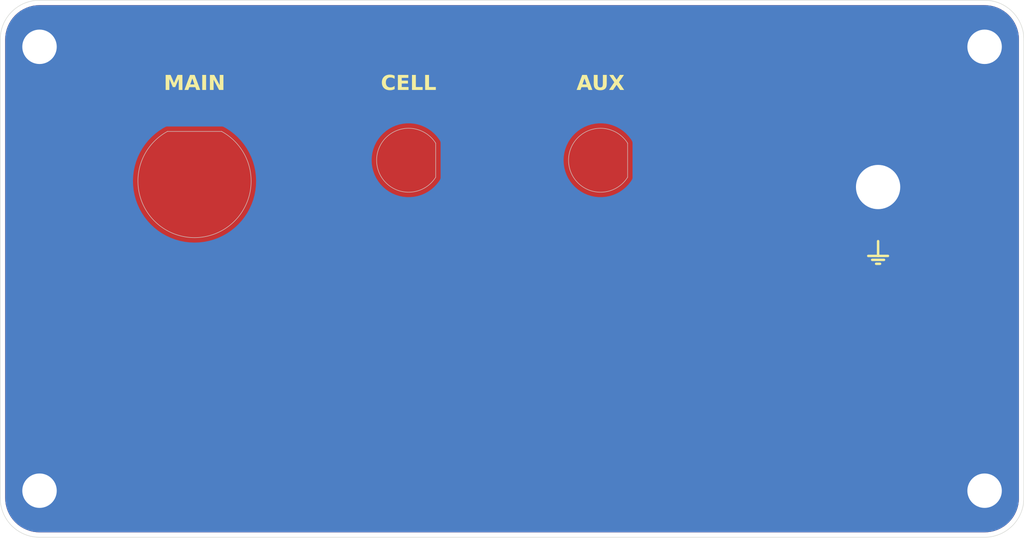
<source format=kicad_pcb>
(kicad_pcb (version 20241229) (generator "pcbnew") (generator_version "9.0")
  (layers (0 "F.Cu" signal) (2 "B.Cu" signal) (13 "F.Paste" user) (15 "B.Paste" user) (5 "F.SilkS" user "F.Silkscreen") (7 "B.SilkS" user "B.Silkscreen") (1 "F.Mask" user) (3 "B.Mask" user) (25 "Edge.Cuts" user))
  (net 0 "")
  (net 1 "GND")
  (footprint "DS-Mounting-Holes:M3_PTH" (layer "F.Cu") (at 94 129.875)
    (property "Reference" "J8" (hide yes))
    (property "Value" "M3" (hide yes))
    (pad "1" thru_hole circle (at 0 0) (size 6 6) (drill 3.5) (layers "*.Cu" "*.Mask") (net 1 "GND"))
  )
  (footprint "DS-Mounting-Holes:M3_PTH" (layer "F.Cu") (at 94 84.735)
    (property "Reference" "J5" (hide yes))
    (property "Value" "M3" (hide yes))
    (pad "1" thru_hole circle (at 0 0) (size 6 6) (drill 3.5) (layers "*.Cu" "*.Mask") (net 1 "GND"))
  )
  (footprint "DS-Mounting-Holes:M3_PTH" (layer "F.Cu") (at 190.02 129.875)
    (property "Reference" "J7" (hide yes))
    (property "Value" "M3" (hide yes))
    (pad "1" thru_hole circle (at 0 0) (size 6 6) (drill 3.5) (layers "*.Cu" "*.Mask") (net 1 "GND"))
  )
  (footprint "DS-Mounting-Holes:M4_PTH" (layer "F.Cu") (at 179.2 98.995)
    (property "Reference" "J4" (hide yes))
    (property "Value" "7793" (hide yes))
    (pad "1" thru_hole circle (at 0 0) (size 8 8) (drill 4.5) (layers "*.Cu" "*.Mask") (net 1 "GND"))
  )
  (footprint "DS-Connectors-Panel-Mount:RFPC-TNC01-FN" (layer "F.Cu") (at 109.75 98.39)
    (property "Reference" "J1" (hide yes))
    (property "Value" "Untitled" (hide yes))
    (fp_line (start -2.74954 -5.05) (end 2.74954 -5.05) (stroke (width 0.05)) (layer "Edge.Cuts"))
    (fp_arc (start 2.74954 -5.05) (mid 0 5.749997) (end -2.74954 -5.05) (stroke (width 0.05)) (layer "Edge.Cuts"))
    (pad "1" smd circle (at 0 0) (size 16 16) (layers "F.Cu" "F.Mask"))
  )
  (footprint "DS-Mounting-Holes:M3_PTH" (layer "F.Cu") (at 190.02 84.735)
    (property "Reference" "J6" (hide yes))
    (property "Value" "M3" (hide yes))
    (pad "1" thru_hole circle (at 0 0) (size 6 6) (drill 3.5) (layers "*.Cu" "*.Mask") (net 1 "GND"))
  )
  (footprint "DS-Connectors-Panel-Mount:RFPC-SMA14-FN" (layer "F.Cu") (at 151 96.27)
    (property "Reference" "J2" (hide yes))
    (property "Value" "Untitled" (hide yes))
    (fp_line (start 2.75 -1.73205) (end 2.75 1.73205) (stroke (width 0.05)) (layer "Edge.Cuts"))
    (fp_arc (start 2.75 1.73205) (mid -3.25 0) (end 2.75 -1.73205) (stroke (width 0.05)) (layer "Edge.Cuts"))
    (pad "1" smd circle (at 0 0) (size 9.25 9.25) (layers "F.Cu" "F.Mask"))
  )
  (footprint "DS-Connectors-Panel-Mount:RFPC-SMA14-FN" (layer "F.Cu") (at 131.5 96.27)
    (property "Reference" "J3" (hide yes))
    (property "Value" "Untitled" (hide yes))
    (fp_line (start 2.75 -1.73205) (end 2.75 1.73205) (stroke (width 0.05)) (layer "Edge.Cuts"))
    (fp_arc (start 2.75 1.73205) (mid -3.25 0) (end 2.75 -1.73205) (stroke (width 0.05)) (layer "Edge.Cuts"))
    (pad "1" smd circle (at 0 0) (size 9.25 9.25) (layers "F.Cu" "F.Mask"))
  )
  (gr_line (start 179 106.8) (end 179.4 106.8) (stroke (width 0.25)) (layer "F.SilkS"))
  (gr_line (start 178.6 106.4) (end 179.8 106.4) (stroke (width 0.25)) (layer "F.SilkS"))
  (gr_line (start 179.2 104.5) (end 179.2 106) (stroke (width 0.25)) (layer "F.SilkS"))
  (gr_line (start 178.2 106) (end 180.2 106) (stroke (width 0.25)) (layer "F.SilkS"))
  (gr_arc (start 90.01 83.99) (mid 91.178644 81.168644) (end 94 80) (stroke (width 0.05)) (layer "Edge.Cuts"))
  (gr_line (start 194.01 130.62) (end 194.01 83.99) (stroke (width 0.05)) (layer "Edge.Cuts"))
  (gr_arc (start 94 134.61) (mid 91.178644 133.441356) (end 90.01 130.62) (stroke (width 0.05)) (layer "Edge.Cuts"))
  (gr_line (start 94 134.61) (end 190.02 134.61) (stroke (width 0.05)) (layer "Edge.Cuts"))
  (gr_line (start 190.02 80) (end 94 80) (stroke (width 0.05)) (layer "Edge.Cuts"))
  (gr_arc (start 190.02 80) (mid 192.841356 81.168644) (end 194.01 83.99) (stroke (width 0.05)) (layer "Edge.Cuts"))
  (gr_arc (start 194.01 130.62) (mid 192.841356 133.441356) (end 190.02 134.61) (stroke (width 0.05)) (layer "Edge.Cuts"))
  (gr_line (start 90.01 83.99) (end 90.01 130.62) (stroke (width 0.05)) (layer "Edge.Cuts"))
  (gr_text "AUX" (at 151 88.5 0) (layer "F.SilkS") (effects (font (size 1.5 1.5) (thickness 0.3) (bold yes))))
  (gr_text "CELL" (at 131.5 88.5 0) (layer "F.SilkS") (effects (font (size 1.5 1.5) (thickness 0.3) (bold yes))))
  (gr_text "MAIN" (at 109.75 88.5 0) (layer "F.SilkS") (effects (font (size 1.5 1.5) (thickness 0.3) (bold yes))))
  (zone (net 1) (net_name "GND") (layers "F.Cu" "B.Cu") (connect_pads yes (clearance 0.25)) (min_thickness 0.25) (fill yes (thermal_gap 0.5) (thermal_bridge_width 0.5))
    (polygon (pts (xy 90 80) (xy 90 135) (xy 194 135) (xy 194 80)))
  )
)
</source>
